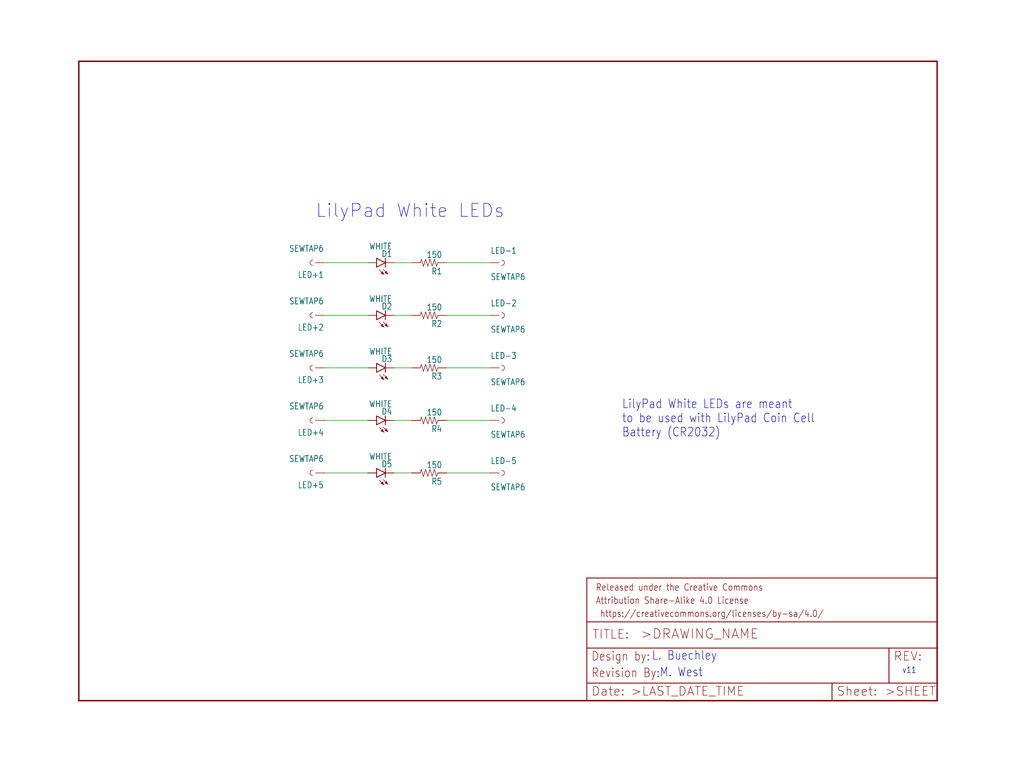
<source format=kicad_sch>
(kicad_sch (version 20211123) (generator eeschema)
  (paper "User" 297.002 223.926)
  (lib_symbols
    (symbol "eagleSchem-eagle-import:150OHM-1{slash}10W-1%(0603)"
      (property "Reference" "R" (at -3.81 1.4986 0))
      (property "Value" "150OHM-1{slash}10W-1%(0603)" (at -3.81 -3.302 0))
      (symbol "150OHM-1{slash}10W-1%(0603)_1_0"
        (polyline (pts (xy -2.54 0) (xy -2.159 1.016)) (stroke (width 0.1524)))
        (polyline (pts (xy -2.159 1.016) (xy -1.524 -1.016)) (stroke (width 0.1524)))
        (polyline (pts (xy -1.524 -1.016) (xy -0.889 1.016)) (stroke (width 0.1524)))
        (polyline (pts (xy -0.889 1.016) (xy -0.254 -1.016)) (stroke (width 0.1524)))
        (polyline (pts (xy -0.254 -1.016) (xy 0.381 1.016)) (stroke (width 0.1524)))
        (polyline (pts (xy 0.381 1.016) (xy 1.016 -1.016)) (stroke (width 0.1524)))
        (polyline (pts (xy 1.016 -1.016) (xy 1.651 1.016)) (stroke (width 0.1524)))
        (polyline (pts (xy 1.651 1.016) (xy 2.286 -1.016)) (stroke (width 0.1524)))
        (polyline (pts (xy 2.286 -1.016) (xy 2.54 0)) (stroke (width 0.1524)))
        (pin passive line (at -5.08 0 0) (length 2.54) (name "1") (number "1"))
        (pin passive line (at 5.08 0 180) (length 2.54) (name "2") (number "2"))
      )
    )
    (symbol "eagleSchem-eagle-import:FRAME-LETTER"
      (symbol "FRAME-LETTER_1_0"
        (polyline (pts (xy 0 0) (xy 248.92 0)) (stroke (width 0.4064)))
        (polyline (pts (xy 0 185.42) (xy 0 0)) (stroke (width 0.4064)))
        (polyline (pts (xy 0 185.42) (xy 248.92 185.42)) (stroke (width 0.4064)))
        (polyline (pts (xy 248.92 185.42) (xy 248.92 0)) (stroke (width 0.4064)))
      )
      (symbol "FRAME-LETTER_2_0"
        (polyline (pts (xy 0 0) (xy 0 5.08)) (stroke (width 0.254)))
        (polyline (pts (xy 0 0) (xy 71.12 0)) (stroke (width 0.254)))
        (polyline (pts (xy 0 5.08) (xy 0 15.24)) (stroke (width 0.254)))
        (polyline (pts (xy 0 5.08) (xy 71.12 5.08)) (stroke (width 0.254)))
        (polyline (pts (xy 0 15.24) (xy 0 22.86)) (stroke (width 0.254)))
        (polyline (pts (xy 0 22.86) (xy 0 35.56)) (stroke (width 0.254)))
        (polyline (pts (xy 0 22.86) (xy 101.6 22.86)) (stroke (width 0.254)))
        (polyline (pts (xy 71.12 0) (xy 101.6 0)) (stroke (width 0.254)))
        (polyline (pts (xy 71.12 5.08) (xy 71.12 0)) (stroke (width 0.254)))
        (polyline (pts (xy 71.12 5.08) (xy 87.63 5.08)) (stroke (width 0.254)))
        (polyline (pts (xy 87.63 5.08) (xy 101.6 5.08)) (stroke (width 0.254)))
        (polyline (pts (xy 87.63 15.24) (xy 0 15.24)) (stroke (width 0.254)))
        (polyline (pts (xy 87.63 15.24) (xy 87.63 5.08)) (stroke (width 0.254)))
        (polyline (pts (xy 101.6 5.08) (xy 101.6 0)) (stroke (width 0.254)))
        (polyline (pts (xy 101.6 15.24) (xy 87.63 15.24)) (stroke (width 0.254)))
        (polyline (pts (xy 101.6 15.24) (xy 101.6 5.08)) (stroke (width 0.254)))
        (polyline (pts (xy 101.6 22.86) (xy 101.6 15.24)) (stroke (width 0.254)))
        (polyline (pts (xy 101.6 35.56) (xy 0 35.56)) (stroke (width 0.254)))
        (polyline (pts (xy 101.6 35.56) (xy 101.6 22.86)) (stroke (width 0.254)))
        (text " https://creativecommons.org/licenses/by-sa/4.0/" (at 2.54 24.13 0) (effects (font (size 1.9304 1.6408)) (justify left bottom)))
        (text ">DRAWING_NAME" (at 15.494 17.78 0) (effects (font (size 2.7432 2.7432)) (justify left bottom)))
        (text ">LAST_DATE_TIME" (at 12.7 1.27 0) (effects (font (size 2.54 2.54)) (justify left bottom)))
        (text ">SHEET" (at 86.36 1.27 0) (effects (font (size 2.54 2.54)) (justify left bottom)))
        (text "Attribution Share-Alike 4.0 License" (at 2.54 27.94 0) (effects (font (size 1.9304 1.6408)) (justify left bottom)))
        (text "Date:" (at 1.27 1.27 0) (effects (font (size 2.54 2.54)) (justify left bottom)))
        (text "Design by:" (at 1.27 11.43 0) (effects (font (size 2.54 2.159)) (justify left bottom)))
        (text "Released under the Creative Commons" (at 2.54 31.75 0) (effects (font (size 1.9304 1.6408)) (justify left bottom)))
        (text "REV:" (at 88.9 11.43 0) (effects (font (size 2.54 2.54)) (justify left bottom)))
        (text "Sheet:" (at 72.39 1.27 0) (effects (font (size 2.54 2.54)) (justify left bottom)))
        (text "TITLE:" (at 1.524 17.78 0) (effects (font (size 2.54 2.54)) (justify left bottom)))
      )
    )
    (symbol "eagleSchem-eagle-import:LED-WHITE1206"
      (property "Reference" "D" (at 3.556 -4.572 90))
      (property "Value" "LED-WHITE1206" (at 5.715 -4.572 90))
      (symbol "LED-WHITE1206_1_0"
        (polyline (pts (xy -2.032 -0.762) (xy -3.429 -2.159)) (stroke (width 0.1524)))
        (polyline (pts (xy -1.905 -1.905) (xy -3.302 -3.302)) (stroke (width 0.1524)))
        (polyline (pts (xy 0 -2.54) (xy -1.27 -2.54)) (stroke (width 0.254)))
        (polyline (pts (xy 0 -2.54) (xy -1.27 0)) (stroke (width 0.254)))
        (polyline (pts (xy 0 0) (xy -1.27 0)) (stroke (width 0.254)))
        (polyline (pts (xy 1.27 -2.54) (xy 0 -2.54)) (stroke (width 0.254)))
        (polyline (pts (xy 1.27 0) (xy 0 -2.54)) (stroke (width 0.254)))
        (polyline (pts (xy 1.27 0) (xy 0 0)) (stroke (width 0.254)))
        (polyline (pts (xy -3.429 -2.159) (xy -3.048 -1.27) (xy -2.54 -1.778)) (fill (type outline)))
        (polyline (pts (xy -3.302 -3.302) (xy -2.921 -2.413) (xy -2.413 -2.921)) (fill (type outline)))
        (pin passive line (at 0 2.54 270) (length 2.54) (name "A") (number "A"))
        (pin passive line (at 0 -5.08 90) (length 2.54) (name "C") (number "C"))
      )
    )
    (symbol "eagleSchem-eagle-import:REVISION"
      (symbol "REVISION_1_0"
        (text "Revision By: " (at 0 0 0) (effects (font (size 2.54 2.159)) (justify left bottom)))
      )
    )
    (symbol "eagleSchem-eagle-import:SEWTAP6"
      (property "Reference" "JP" (at -2.54 2.54 0))
      (property "Value" "SEWTAP6" (at -2.54 -5.08 0))
      (symbol "SEWTAP6_1_0"
        (polyline (pts (xy 0 0) (xy -2.54 0)) (stroke (width 0.1524)))
        (arc (start 0.762 -0.762) (mid 1.524 0) (end 0.762 0.762) (stroke (width 0.1524)))
        (pin bidirectional line (at -2.54 0 180) (length 0) (name "1") (number "1"))
      )
    )
  )
  (wire (pts (xy 129.54 76.2) (xy 142.24 76.2)))
  (wire (pts (xy 129.54 137.16) (xy 142.24 137.16)))
  (wire (pts (xy 93.98 121.92) (xy 106.68 121.92)))
  (wire (pts (xy 129.54 91.44) (xy 142.24 91.44)))
  (wire (pts (xy 93.98 76.2) (xy 106.68 76.2)))
  (wire (pts (xy 93.98 106.68) (xy 106.68 106.68)))
  (wire (pts (xy 114.3 76.2) (xy 119.38 76.2)))
  (wire (pts (xy 114.3 137.16) (xy 119.38 137.16)))
  (wire (pts (xy 129.54 121.92) (xy 142.24 121.92)))
  (wire (pts (xy 93.98 137.16) (xy 106.68 137.16)))
  (wire (pts (xy 114.3 106.68) (xy 119.38 106.68)))
  (wire (pts (xy 93.98 91.44) (xy 106.68 91.44)))
  (wire (pts (xy 114.3 121.92) (xy 119.38 121.92)))
  (wire (pts (xy 129.54 106.68) (xy 142.24 106.68)))
  (wire (pts (xy 114.3 91.44) (xy 119.38 91.44)))
  (text "L. Buechley" (at 188.976 191.77 180) (effects (font (size 2.54 2.159)) (justify left bottom)))
  (text "LilyPad White LEDs are meant\nto be used with LilyPad Coin Cell\nBattery (CR2032)" (at 180.34 127 0) (effects (font (size 2.54 2.159)) (justify left bottom)))
  (text "M. West" (at 191.262 196.596 180) (effects (font (size 2.54 2.159)) (justify left bottom)))
  (text "LilyPad White LEDs" (at 91.44 63.5 180) (effects (font (size 3.81 3.81)) (justify left bottom)))
  (text "v11" (at 261.62 195.58 180) (effects (font (size 1.778 1.5113)) (justify left bottom)))
  (symbol (lib_id "eagleSchem-eagle-import:150OHM-1{slash}10W-1%(0603)") (at 124.46 106.68 180) (unit 1)
    (property "Reference" "R3" (at 128.27 108.1786 0) (effects (font (size 1.778 1.5113)) (justify left bottom)))
    (property "Value" "150" (at 128.27 103.378 0) (effects (font (size 1.778 1.5113)) (justify left bottom)))
    (property "Footprint" "eagleSchem:0603-RES" (effects hide))
  )
  (symbol (lib_id "eagleSchem-eagle-import:150OHM-1{slash}10W-1%(0603)") (at 124.46 91.44 180) (unit 1)
    (property "Reference" "R2" (at 128.27 92.9386 0) (effects (font (size 1.778 1.5113)) (justify left bottom)))
    (property "Value" "150" (at 128.27 88.138 0) (effects (font (size 1.778 1.5113)) (justify left bottom)))
    (property "Footprint" "eagleSchem:0603-RES" (effects hide))
  )
  (symbol (lib_id "eagleSchem-eagle-import:FRAME-LETTER") (at 22.86 203.2 0) (unit 1)
    (property "Reference" "FRAME1" (effects hide))
    (property "Value" "FRAME-LETTER" (effects hide))
    (property "Footprint" "eagleSchem:CREATIVE_COMMONS" (effects hide))
  )
  (symbol (lib_id "eagleSchem-eagle-import:LED-WHITE1206") (at 109.22 91.44 90) (unit 1)
    (property "Reference" "D2" (at 113.792 87.884 90) (effects (font (size 1.778 1.5113)) (justify left bottom)))
    (property "Value" "WHITE" (at 113.792 85.725 90) (effects (font (size 1.778 1.5113)) (justify left bottom)))
    (property "Footprint" "eagleSchem:LED-1206" (effects hide))
  )
  (symbol (lib_id "eagleSchem-eagle-import:SEWTAP6") (at 144.78 76.2 0) (unit 1)
    (property "Reference" "LED-1" (at 142.24 73.66 0) (effects (font (size 1.778 1.5113)) (justify left bottom)))
    (property "Value" "SEWTAP6" (at 142.24 81.28 0) (effects (font (size 1.778 1.5113)) (justify left bottom)))
    (property "Footprint" "eagleSchem:PETAL-SMALL-2SIDE" (effects hide))
  )
  (symbol (lib_id "eagleSchem-eagle-import:150OHM-1{slash}10W-1%(0603)") (at 124.46 76.2 180) (unit 1)
    (property "Reference" "R1" (at 128.27 77.6986 0) (effects (font (size 1.778 1.5113)) (justify left bottom)))
    (property "Value" "150" (at 128.27 72.898 0) (effects (font (size 1.778 1.5113)) (justify left bottom)))
    (property "Footprint" "eagleSchem:0603-RES" (effects hide))
  )
  (symbol (lib_id "eagleSchem-eagle-import:FRAME-LETTER") (at 170.18 203.2 0) (unit 2)
    (property "Reference" "FRAME1" (effects hide))
    (property "Value" "FRAME-LETTER" (effects hide))
    (property "Footprint" "eagleSchem:CREATIVE_COMMONS" (effects hide))
  )
  (symbol (lib_id "eagleSchem-eagle-import:SEWTAP6") (at 144.78 121.92 0) (unit 1)
    (property "Reference" "LED-4" (at 142.24 119.38 0) (effects (font (size 1.778 1.5113)) (justify left bottom)))
    (property "Value" "SEWTAP6" (at 142.24 127 0) (effects (font (size 1.778 1.5113)) (justify left bottom)))
    (property "Footprint" "eagleSchem:PETAL-SMALL-2SIDE" (effects hide))
  )
  (symbol (lib_id "eagleSchem-eagle-import:SEWTAP6") (at 144.78 137.16 0) (unit 1)
    (property "Reference" "LED-5" (at 142.24 134.62 0) (effects (font (size 1.778 1.5113)) (justify left bottom)))
    (property "Value" "SEWTAP6" (at 142.24 142.24 0) (effects (font (size 1.778 1.5113)) (justify left bottom)))
    (property "Footprint" "eagleSchem:PETAL-SMALL-2SIDE" (effects hide))
  )
  (symbol (lib_id "eagleSchem-eagle-import:REVISION") (at 171.45 196.596 0) (unit 1)
    (property "Reference" "U$6" (effects hide))
    (property "Value" "REVISION" (effects hide))
    (property "Footprint" "eagleSchem:REVISION" (effects hide))
  )
  (symbol (lib_id "eagleSchem-eagle-import:150OHM-1{slash}10W-1%(0603)") (at 124.46 137.16 180) (unit 1)
    (property "Reference" "R5" (at 128.27 138.6586 0) (effects (font (size 1.778 1.5113)) (justify left bottom)))
    (property "Value" "150" (at 128.27 133.858 0) (effects (font (size 1.778 1.5113)) (justify left bottom)))
    (property "Footprint" "eagleSchem:0603-RES" (effects hide))
  )
  (symbol (lib_id "eagleSchem-eagle-import:SEWTAP6") (at 91.44 106.68 180) (unit 1)
    (property "Reference" "LED+3" (at 93.98 109.22 0) (effects (font (size 1.778 1.5113)) (justify left bottom)))
    (property "Value" "SEWTAP6" (at 93.98 101.6 0) (effects (font (size 1.778 1.5113)) (justify left bottom)))
    (property "Footprint" "eagleSchem:PETAL-SMALL-2SIDE" (effects hide))
  )
  (symbol (lib_id "eagleSchem-eagle-import:LED-WHITE1206") (at 109.22 106.68 90) (unit 1)
    (property "Reference" "D3" (at 113.792 103.124 90) (effects (font (size 1.778 1.5113)) (justify left bottom)))
    (property "Value" "WHITE" (at 113.792 100.965 90) (effects (font (size 1.778 1.5113)) (justify left bottom)))
    (property "Footprint" "eagleSchem:LED-1206" (effects hide))
  )
  (symbol (lib_id "eagleSchem-eagle-import:SEWTAP6") (at 91.44 121.92 180) (unit 1)
    (property "Reference" "LED+4" (at 93.98 124.46 0) (effects (font (size 1.778 1.5113)) (justify left bottom)))
    (property "Value" "SEWTAP6" (at 93.98 116.84 0) (effects (font (size 1.778 1.5113)) (justify left bottom)))
    (property "Footprint" "eagleSchem:PETAL-SMALL-2SIDE" (effects hide))
  )
  (symbol (lib_id "eagleSchem-eagle-import:SEWTAP6") (at 91.44 137.16 180) (unit 1)
    (property "Reference" "LED+5" (at 93.98 139.7 0) (effects (font (size 1.778 1.5113)) (justify left bottom)))
    (property "Value" "SEWTAP6" (at 93.98 132.08 0) (effects (font (size 1.778 1.5113)) (justify left bottom)))
    (property "Footprint" "eagleSchem:PETAL-SMALL-2SIDE" (effects hide))
  )
  (symbol (lib_id "eagleSchem-eagle-import:SEWTAP6") (at 144.78 91.44 0) (unit 1)
    (property "Reference" "LED-2" (at 142.24 88.9 0) (effects (font (size 1.778 1.5113)) (justify left bottom)))
    (property "Value" "SEWTAP6" (at 142.24 96.52 0) (effects (font (size 1.778 1.5113)) (justify left bottom)))
    (property "Footprint" "eagleSchem:PETAL-SMALL-2SIDE" (effects hide))
  )
  (symbol (lib_id "eagleSchem-eagle-import:LED-WHITE1206") (at 109.22 76.2 90) (unit 1)
    (property "Reference" "D1" (at 113.792 72.644 90) (effects (font (size 1.778 1.5113)) (justify left bottom)))
    (property "Value" "WHITE" (at 113.792 70.485 90) (effects (font (size 1.778 1.5113)) (justify left bottom)))
    (property "Footprint" "eagleSchem:LED-1206" (effects hide))
  )
  (symbol (lib_id "eagleSchem-eagle-import:SEWTAP6") (at 91.44 91.44 180) (unit 1)
    (property "Reference" "LED+2" (at 93.98 93.98 0) (effects (font (size 1.778 1.5113)) (justify left bottom)))
    (property "Value" "SEWTAP6" (at 93.98 86.36 0) (effects (font (size 1.778 1.5113)) (justify left bottom)))
    (property "Footprint" "eagleSchem:PETAL-SMALL-2SIDE" (effects hide))
  )
  (symbol (lib_id "eagleSchem-eagle-import:LED-WHITE1206") (at 109.22 121.92 90) (unit 1)
    (property "Reference" "D4" (at 113.792 118.364 90) (effects (font (size 1.778 1.5113)) (justify left bottom)))
    (property "Value" "WHITE" (at 113.792 116.205 90) (effects (font (size 1.778 1.5113)) (justify left bottom)))
    (property "Footprint" "eagleSchem:LED-1206" (effects hide))
  )
  (symbol (lib_id "eagleSchem-eagle-import:SEWTAP6") (at 91.44 76.2 180) (unit 1)
    (property "Reference" "LED+1" (at 93.98 78.74 0) (effects (font (size 1.778 1.5113)) (justify left bottom)))
    (property "Value" "SEWTAP6" (at 93.98 71.12 0) (effects (font (size 1.778 1.5113)) (justify left bottom)))
    (property "Footprint" "eagleSchem:PETAL-SMALL-2SIDE" (effects hide))
  )
  (symbol (lib_id "eagleSchem-eagle-import:SEWTAP6") (at 144.78 106.68 0) (unit 1)
    (property "Reference" "LED-3" (at 142.24 104.14 0) (effects (font (size 1.778 1.5113)) (justify left bottom)))
    (property "Value" "SEWTAP6" (at 142.24 111.76 0) (effects (font (size 1.778 1.5113)) (justify left bottom)))
    (property "Footprint" "eagleSchem:PETAL-SMALL-2SIDE" (effects hide))
  )
  (symbol (lib_id "eagleSchem-eagle-import:150OHM-1{slash}10W-1%(0603)") (at 124.46 121.92 180) (unit 1)
    (property "Reference" "R4" (at 128.27 123.4186 0) (effects (font (size 1.778 1.5113)) (justify left bottom)))
    (property "Value" "150" (at 128.27 118.618 0) (effects (font (size 1.778 1.5113)) (justify left bottom)))
    (property "Footprint" "eagleSchem:0603-RES" (effects hide))
  )
  (symbol (lib_id "eagleSchem-eagle-import:LED-WHITE1206") (at 109.22 137.16 90) (unit 1)
    (property "Reference" "D5" (at 113.792 133.604 90) (effects (font (size 1.778 1.5113)) (justify left bottom)))
    (property "Value" "WHITE" (at 113.792 131.445 90) (effects (font (size 1.778 1.5113)) (justify left bottom)))
    (property "Footprint" "eagleSchem:LED-1206" (effects hide))
  )
)
</source>
